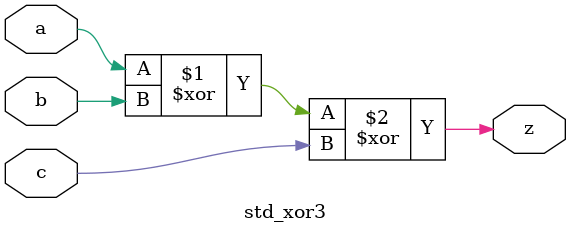
<source format=sv>

module std_xor3 #(parameter DW = 1 ) // array width
(
	input [DW-1:0]  a,
	input [DW-1:0]  b,
	input [DW-1:0]  c,
	output [DW-1:0] z
);

assign z =  a ^ b ^ c;

endmodule

</source>
